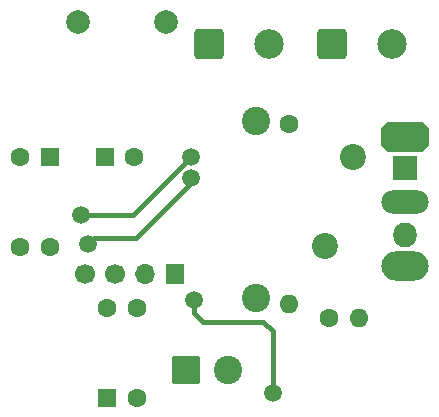
<source format=gbr>
%TF.GenerationSoftware,KiCad,Pcbnew,9.0.2-9.0.2-0~ubuntu24.04.1*%
%TF.CreationDate,2025-05-26T21:32:44+03:00*%
%TF.ProjectId,PCutSpeedCTRL,50437574-5370-4656-9564-4354524c2e6b,V01*%
%TF.SameCoordinates,PX5f5e100PY5f5e100*%
%TF.FileFunction,Copper,L1,Top*%
%TF.FilePolarity,Positive*%
%FSLAX46Y46*%
G04 Gerber Fmt 4.6, Leading zero omitted, Abs format (unit mm)*
G04 Created by KiCad (PCBNEW 9.0.2-9.0.2-0~ubuntu24.04.1) date 2025-05-26 21:32:44*
%MOMM*%
%LPD*%
G01*
G04 APERTURE LIST*
G04 Aperture macros list*
%AMRoundRect*
0 Rectangle with rounded corners*
0 $1 Rounding radius*
0 $2 $3 $4 $5 $6 $7 $8 $9 X,Y pos of 4 corners*
0 Add a 4 corners polygon primitive as box body*
4,1,4,$2,$3,$4,$5,$6,$7,$8,$9,$2,$3,0*
0 Add four circle primitives for the rounded corners*
1,1,$1+$1,$2,$3*
1,1,$1+$1,$4,$5*
1,1,$1+$1,$6,$7*
1,1,$1+$1,$8,$9*
0 Add four rect primitives between the rounded corners*
20,1,$1+$1,$2,$3,$4,$5,0*
20,1,$1+$1,$4,$5,$6,$7,0*
20,1,$1+$1,$6,$7,$8,$9,0*
20,1,$1+$1,$8,$9,$2,$3,0*%
%AMOutline5P*
0 Free polygon, 5 corners , with rotation*
0 The origin of the aperture is its center*
0 number of corners: always 5*
0 $1 to $10 corner X, Y*
0 $11 Rotation angle, in degrees counterclockwise*
0 create outline with 5 corners*
4,1,5,$1,$2,$3,$4,$5,$6,$7,$8,$9,$10,$1,$2,$11*%
%AMOutline6P*
0 Free polygon, 6 corners , with rotation*
0 The origin of the aperture is its center*
0 number of corners: always 6*
0 $1 to $12 corner X, Y*
0 $13 Rotation angle, in degrees counterclockwise*
0 create outline with 6 corners*
4,1,6,$1,$2,$3,$4,$5,$6,$7,$8,$9,$10,$11,$12,$1,$2,$13*%
%AMOutline7P*
0 Free polygon, 7 corners , with rotation*
0 The origin of the aperture is its center*
0 number of corners: always 7*
0 $1 to $14 corner X, Y*
0 $15 Rotation angle, in degrees counterclockwise*
0 create outline with 7 corners*
4,1,7,$1,$2,$3,$4,$5,$6,$7,$8,$9,$10,$11,$12,$13,$14,$1,$2,$15*%
%AMOutline8P*
0 Free polygon, 8 corners , with rotation*
0 The origin of the aperture is its center*
0 number of corners: always 8*
0 $1 to $16 corner X, Y*
0 $17 Rotation angle, in degrees counterclockwise*
0 create outline with 8 corners*
4,1,8,$1,$2,$3,$4,$5,$6,$7,$8,$9,$10,$11,$12,$13,$14,$15,$16,$1,$2,$17*%
G04 Aperture macros list end*
%TA.AperFunction,ComponentPad*%
%ADD10RoundRect,0.250000X-0.550000X0.550000X-0.550000X-0.550000X0.550000X-0.550000X0.550000X0.550000X0*%
%TD*%
%TA.AperFunction,ComponentPad*%
%ADD11C,1.600000*%
%TD*%
%TA.AperFunction,ComponentPad*%
%ADD12Outline8P,-1.250000X1.500000X-0.750000X2.000000X0.750000X2.000000X1.250000X1.500000X1.250000X-1.500000X0.750000X-2.000000X-0.750000X-2.000000X-1.250000X-1.500000X270.000000*%
%TD*%
%TA.AperFunction,ComponentPad*%
%ADD13R,2.000000X2.100000*%
%TD*%
%TA.AperFunction,ComponentPad*%
%ADD14O,4.000000X2.000000*%
%TD*%
%TA.AperFunction,ComponentPad*%
%ADD15O,2.000000X2.100000*%
%TD*%
%TA.AperFunction,ComponentPad*%
%ADD16O,4.000000X2.500000*%
%TD*%
%TA.AperFunction,ComponentPad*%
%ADD17C,2.200000*%
%TD*%
%TA.AperFunction,ComponentPad*%
%ADD18R,1.600000X1.700000*%
%TD*%
%TA.AperFunction,ComponentPad*%
%ADD19O,1.700000X1.700000*%
%TD*%
%TA.AperFunction,ComponentPad*%
%ADD20C,1.700000*%
%TD*%
%TA.AperFunction,ComponentPad*%
%ADD21RoundRect,0.250000X0.550000X-0.550000X0.550000X0.550000X-0.550000X0.550000X-0.550000X-0.550000X0*%
%TD*%
%TA.AperFunction,ComponentPad*%
%ADD22RoundRect,0.250001X-0.949999X-0.949999X0.949999X-0.949999X0.949999X0.949999X-0.949999X0.949999X0*%
%TD*%
%TA.AperFunction,ComponentPad*%
%ADD23C,2.400000*%
%TD*%
%TA.AperFunction,ComponentPad*%
%ADD24RoundRect,0.250000X-1.000000X-1.000000X1.000000X-1.000000X1.000000X1.000000X-1.000000X1.000000X0*%
%TD*%
%TA.AperFunction,ComponentPad*%
%ADD25C,2.500000*%
%TD*%
%TA.AperFunction,ComponentPad*%
%ADD26O,1.600000X1.600000*%
%TD*%
%TA.AperFunction,ComponentPad*%
%ADD27R,1.600000X1.600000*%
%TD*%
%TA.AperFunction,ComponentPad*%
%ADD28C,2.000000*%
%TD*%
%TA.AperFunction,ViaPad*%
%ADD29C,1.500000*%
%TD*%
%TA.AperFunction,Conductor*%
%ADD30C,0.400000*%
%TD*%
G04 APERTURE END LIST*
D10*
%TO.P,U1,1*%
%TO.N,Net-(D1-K)*%
X-17460000Y3800000D03*
D11*
%TO.P,U1,2*%
%TO.N,Net-(D2-A)*%
X-20000000Y3800000D03*
%TO.P,U1,3*%
%TO.N,Net-(Q3-G)*%
X-20000000Y-3820000D03*
%TO.P,U1,4*%
%TO.N,+3V3*%
X-17460000Y-3820000D03*
%TD*%
D12*
%TO.P,Q1,1,A1*%
%TO.N,/ac1*%
X12600000Y5450000D03*
D13*
X12600000Y2840000D03*
D14*
%TO.P,Q1,2,A2*%
%TO.N,/load*%
X12600000Y0D03*
D15*
%TO.P,Q1,3,G*%
%TO.N,Net-(Q1-G)*%
X12600000Y-2840000D03*
D16*
X12600000Y-5450000D03*
%TD*%
D17*
%TO.P,RV1,1*%
%TO.N,/load*%
X5800000Y-3750000D03*
%TO.P,RV1,2*%
%TO.N,/ac1*%
X8200000Y3750000D03*
%TD*%
D18*
%TO.P,J3,1,Pin_1*%
%TO.N,/TX*%
X-6860000Y-6100000D03*
D19*
%TO.P,J3,2,Pin_2*%
%TO.N,/SWIO*%
X-9400000Y-6100000D03*
D20*
%TO.P,J3,3,Pin_3*%
%TO.N,GND*%
X-11940000Y-6100000D03*
%TO.P,J3,4,Pin_4*%
%TO.N,+3V3*%
X-14480000Y-6100000D03*
%TD*%
D21*
%TO.P,U2,1*%
%TO.N,Net-(R16-Pad2)*%
X-12600000Y-16600000D03*
D11*
%TO.P,U2,2*%
%TO.N,Net-(J4-Pin_2)*%
X-10060000Y-16600000D03*
%TO.P,U2,3*%
%TO.N,/IC_PWM*%
X-10060000Y-8980000D03*
%TO.P,U2,4*%
%TO.N,+3V3*%
X-12600000Y-8980000D03*
%TD*%
D22*
%TO.P,J4,1,Pin_1*%
%TO.N,Net-(J4-Pin_1)*%
X-5900000Y-14300000D03*
D23*
%TO.P,J4,2,Pin_2*%
%TO.N,Net-(J4-Pin_2)*%
X-2400000Y-14300000D03*
%TD*%
D24*
%TO.P,J1,1,Pin_1*%
%TO.N,/ac1*%
X-4000000Y13332500D03*
D25*
%TO.P,J1,2,Pin_2*%
%TO.N,/ntr*%
X1080000Y13332500D03*
%TD*%
D11*
%TO.P,R1,1*%
%TO.N,/ntr*%
X2800000Y6600000D03*
D26*
%TO.P,R1,2*%
%TO.N,Net-(C3-Pad2)*%
X2800000Y-8640000D03*
%TD*%
D23*
%TO.P,C3,1*%
%TO.N,/ntr*%
X0Y6800000D03*
%TO.P,C3,2*%
%TO.N,Net-(C3-Pad2)*%
X0Y-8200000D03*
%TD*%
D27*
%TO.P,C2,1*%
%TO.N,/ac1*%
X-12800000Y3800000D03*
D11*
%TO.P,C2,2*%
%TO.N,GND*%
X-10300000Y3800000D03*
%TD*%
%TO.P,R2,1*%
%TO.N,Net-(C3-Pad2)*%
X6200000Y-9900000D03*
D26*
%TO.P,R2,2*%
%TO.N,Net-(D4-A)*%
X8740000Y-9900000D03*
%TD*%
D24*
%TO.P,J2,1,Pin_1*%
%TO.N,/ntr*%
X6400000Y13332500D03*
D25*
%TO.P,J2,2,Pin_2*%
%TO.N,/load*%
X11480000Y13332500D03*
%TD*%
D28*
%TO.P,C1,1*%
%TO.N,/ntr*%
X-7600000Y15200000D03*
%TO.P,C1,2*%
%TO.N,Net-(D1-A)*%
X-15100000Y15200000D03*
%TD*%
D29*
%TO.N,+3V3*%
X-5500000Y3800000D03*
X-14800000Y-1100000D03*
%TO.N,/EXTI_ZC*%
X-5535000Y1989849D03*
X-14200000Y-3600000D03*
%TO.N,/o_Triac1*%
X-5294546Y-8305453D03*
X1400000Y-16200000D03*
%TD*%
D30*
%TO.N,+3V3*%
X-10400000Y-1100000D02*
X-14800000Y-1100000D01*
X-5500000Y3800000D02*
X-10400000Y-1100000D01*
%TO.N,/EXTI_ZC*%
X-13700000Y-3100000D02*
X-14200000Y-3600000D01*
X-5535000Y1989849D02*
X-5535000Y1565000D01*
X-10200000Y-3100000D02*
X-13700000Y-3100000D01*
X-5535000Y1565000D02*
X-10200000Y-3100000D01*
%TO.N,/o_Triac1*%
X1400000Y-11000000D02*
X1400000Y-16200000D01*
X-5294546Y-9405454D02*
X-4500000Y-10200000D01*
X-5294546Y-8305453D02*
X-5294546Y-9405454D01*
X600000Y-10200000D02*
X1400000Y-11000000D01*
X-4500000Y-10200000D02*
X600000Y-10200000D01*
%TD*%
M02*

</source>
